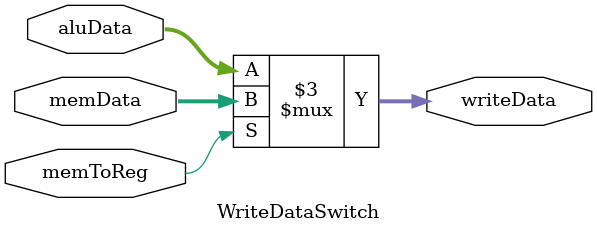
<source format=sv>

module WriteDataSwitch (
	input 				 memToReg,
	input 		 [7:0] aluData,
	input 		 [7:0] memData,
	output logic [7:0] writeData
);

always_comb begin
	if (memToReg) begin
		writeData = memData;
	end
	else begin
		writeData = aluData;
	end
end

endmodule

</source>
